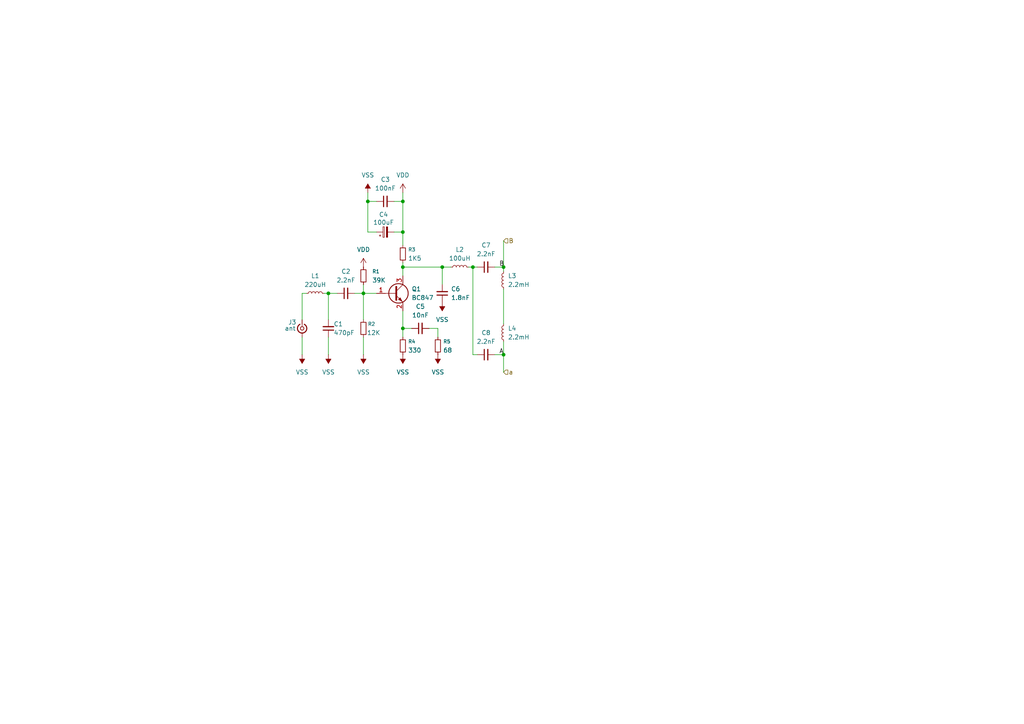
<source format=kicad_sch>
(kicad_sch (version 20250114) (generator "eeschema") (generator_version "9.0")
  (paper "A4")
  (lib_symbols
    (symbol "Connector:Conn_Coaxial_Small" (pin_numbers (hide yes)) (pin_names (offset 1.016) (hide yes))
      (property "Reference" "J" (at 0.254 3.048 0))
      (property "Value" "Conn_Coaxial_Small" (at 0 -3.81 0))
      (symbol "Conn_Coaxial_Small_0_1"
        (polyline (pts (xy -2.54 0) (xy -0.508 0)))
        (circle (center 0 0) (radius 0.508) (stroke (width 0.2032)))
      )
      (symbol "Conn_Coaxial_Small_1_1"
        (arc (start 1.3484 0.0039) (mid 0.327 -1.308) (end -1.1916 -0.6311) (stroke (width 0.3048)))
        (arc (start -1.1916 0.6311) (mid 0.327 1.3081) (end 1.3484 -0.0039) (stroke (width 0.3048)))
        (pin passive line (at -2.54 0 0) (length 1.27) (name "In") (number "1"))
        (pin passive line (at 2.54 0 180) (length 1.27) (name "Ext") (number "2"))
      )
    )
    (symbol "Device:C_Polarized_Small" (pin_numbers (hide yes)) (pin_names (offset 0.254) (hide yes))
      (property "Reference" "C" (at 0.254 1.778 0))
      (property "Value" "C_Polarized_Small" (at 0.254 -2.032 0))
      (symbol "C_Polarized_Small_0_1"
        (rectangle (start -1.524 0.6858) (end 1.524 0.3048))
        (rectangle (start -1.524 -0.3048) (end 1.524 -0.6858) (fill (type outline)))
        (polyline (pts (xy -1.27 1.524) (xy -0.762 1.524)))
        (polyline (pts (xy -1.016 1.27) (xy -1.016 1.778)))
      )
      (symbol "C_Polarized_Small_1_1"
        (pin passive line (at 0 2.54 270) (length 1.8542) (name "~") (number "1"))
        (pin passive line (at 0 -2.54 90) (length 1.8542) (name "~") (number "2"))
      )
    )
    (symbol "Device:C_Small" (pin_numbers (hide yes)) (pin_names (offset 0.254) (hide yes))
      (property "Reference" "C" (at 0.254 1.778 0))
      (property "Value" "C_Small" (at 0.254 -2.032 0))
      (symbol "C_Small_0_1"
        (polyline (pts (xy -1.524 0.508) (xy 1.524 0.508)) (stroke (width 0.3048)))
        (polyline (pts (xy -1.524 -0.508) (xy 1.524 -0.508)) (stroke (width 0.3302)))
      )
      (symbol "C_Small_1_1"
        (pin passive line (at 0 2.54 270) (length 2.032) (name "~") (number "1"))
        (pin passive line (at 0 -2.54 90) (length 2.032) (name "~") (number "2"))
      )
    )
    (symbol "Device:L_Small" (pin_numbers (hide yes)) (pin_names (offset 0.254) (hide yes))
      (property "Reference" "L" (at 0.762 1.016 0))
      (property "Value" "L_Small" (at 0.762 -1.016 0))
      (symbol "L_Small_0_1"
        (arc (start 0 2.032) (mid 0.5058 1.524) (end 0 1.016))
        (arc (start 0 1.016) (mid 0.5058 0.508) (end 0 0))
        (arc (start 0 0) (mid 0.5058 -0.508) (end 0 -1.016))
        (arc (start 0 -1.016) (mid 0.5058 -1.524) (end 0 -2.032))
      )
      (symbol "L_Small_1_1"
        (pin passive line (at 0 2.54 270) (length 0.508) (name "~") (number "1"))
        (pin passive line (at 0 -2.54 90) (length 0.508) (name "~") (number "2"))
      )
    )
    (symbol "Device:R_Small" (pin_numbers (hide yes)) (pin_names (offset 0.254) (hide yes))
      (property "Reference" "R" (at 0 0 90))
      (property "Value" "R_Small" (at 1.778 0 90))
      (symbol "R_Small_0_1"
        (rectangle (start -0.762 1.778) (end 0.762 -1.778) (stroke (width 0.2032)))
      )
      (symbol "R_Small_1_1"
        (pin passive line (at 0 2.54 270) (length 0.762) (name "~") (number "1"))
        (pin passive line (at 0 -2.54 90) (length 0.762) (name "~") (number "2"))
      )
    )
    (symbol "Transistor_BJT:BC847" (pin_names (offset 0) (hide yes))
      (property "Reference" "Q" (at 5.08 1.905 0))
      (property "Value" "BC847" (at 5.08 0 0))
      (symbol "BC847_0_1"
        (polyline (pts (xy -2.54 0) (xy 0.635 0)))
        (polyline (pts (xy 0.635 1.905) (xy 0.635 -1.905)) (stroke (width 0.508)))
        (circle (center 1.27 0) (radius 2.8194) (stroke (width 0.254)))
      )
      (symbol "BC847_1_1"
        (polyline (pts (xy 0.635 0.635) (xy 2.54 2.54)))
        (polyline (pts (xy 0.635 -0.635) (xy 2.54 -2.54)))
        (polyline (pts (xy 1.27 -1.778) (xy 1.778 -1.27) (xy 2.286 -2.286) (xy 1.27 -1.778)) (fill (type outline)))
        (pin input line (at -5.08 0 0) (length 2.54) (name "B") (number "1"))
        (pin passive line (at 2.54 5.08 270) (length 2.54) (name "C") (number "3"))
        (pin passive line (at 2.54 -5.08 90) (length 2.54) (name "E") (number "2"))
      )
    )
    (symbol "power:VDD" (power) (pin_numbers (hide yes)) (pin_names (offset 0) (hide yes))
      (property "Value" "VDD" (at 0 3.556 0))
      (symbol "VDD_0_1"
        (polyline (pts (xy -0.762 1.27) (xy 0 2.54)))
        (polyline (pts (xy 0 2.54) (xy 0.762 1.27)))
        (polyline (pts (xy 0 0) (xy 0 2.54)))
      )
      (symbol "VDD_1_1"
        (pin power_in line (at 0 0 90) (length 0) (name "~") (number "1"))
      )
    )
    (symbol "power:VSS" (power) (pin_numbers (hide yes)) (pin_names (offset 0) (hide yes))
      (property "Value" "VSS" (at 0 3.556 0))
      (symbol "VSS_0_1"
        (polyline (pts (xy 0 0) (xy 0 2.54)))
        (polyline (pts (xy 0.762 1.27) (xy -0.762 1.27) (xy 0 2.54) (xy 0.762 1.27)) (fill (type outline)))
      )
      (symbol "VSS_1_1"
        (pin power_in line (at 0 0 90) (length 0) (name "~") (number "1"))
      )
    )
  )
  (junction (at 146.05 102.87))
  (junction (at 116.84 58.42))
  (junction (at 106.68 58.42))
  (junction (at 128.27 77.47))
  (junction (at 146.05 77.47))
  (junction (at 116.84 67.31))
  (junction (at 116.84 77.47))
  (junction (at 137.16 77.47))
  (junction (at 105.41 85.09))
  (junction (at 95.25 85.09))
  (junction (at 116.84 95.25))
  (wire (pts (xy 135.89 77.47) (xy 137.16 77.47)))
  (wire (pts (xy 95.25 97.79) (xy 95.25 102.87)))
  (wire (pts (xy 114.3 67.31) (xy 116.84 67.31)))
  (wire (pts (xy 109.22 67.31) (xy 106.68 67.31)))
  (wire (pts (xy 146.05 69.85) (xy 146.05 77.47)))
  (wire (pts (xy 116.84 95.25) (xy 119.38 95.25)))
  (wire (pts (xy 127 95.25) (xy 124.46 95.25)))
  (wire (pts (xy 116.84 77.47) (xy 128.27 77.47)))
  (wire (pts (xy 105.41 82.55) (xy 105.41 85.09)))
  (wire (pts (xy 95.25 85.09) (xy 97.79 85.09)))
  (wire (pts (xy 87.63 97.79) (xy 87.63 102.87)))
  (wire (pts (xy 146.05 78.74) (xy 146.05 77.47)))
  (wire (pts (xy 128.27 77.47) (xy 130.81 77.47)))
  (wire (pts (xy 137.16 77.47) (xy 138.43 77.47)))
  (wire (pts (xy 116.84 58.42) (xy 116.84 55.88)))
  (wire (pts (xy 102.87 85.09) (xy 105.41 85.09)))
  (wire (pts (xy 143.51 77.47) (xy 146.05 77.47)))
  (wire (pts (xy 116.84 95.25) (xy 116.84 97.79)))
  (wire (pts (xy 87.63 92.71) (xy 87.63 85.09)))
  (wire (pts (xy 143.51 102.87) (xy 146.05 102.87)))
  (wire (pts (xy 116.84 76.2) (xy 116.84 77.47)))
  (wire (pts (xy 105.41 97.79) (xy 105.41 102.87)))
  (wire (pts (xy 87.63 85.09) (xy 88.9 85.09)))
  (wire (pts (xy 116.84 77.47) (xy 116.84 80.01)))
  (wire (pts (xy 127 97.79) (xy 127 95.25)))
  (wire (pts (xy 146.05 99.06) (xy 146.05 102.87)))
  (wire (pts (xy 93.98 85.09) (xy 95.25 85.09)))
  (wire (pts (xy 114.3 58.42) (xy 116.84 58.42)))
  (wire (pts (xy 146.05 107.95) (xy 146.05 102.87)))
  (wire (pts (xy 105.41 85.09) (xy 105.41 92.71)))
  (wire (pts (xy 116.84 90.17) (xy 116.84 95.25)))
  (wire (pts (xy 106.68 58.42) (xy 109.22 58.42)))
  (wire (pts (xy 106.68 55.88) (xy 106.68 58.42)))
  (wire (pts (xy 106.68 67.31) (xy 106.68 58.42)))
  (wire (pts (xy 116.84 67.31) (xy 116.84 71.12)))
  (wire (pts (xy 137.16 102.87) (xy 137.16 77.47)))
  (wire (pts (xy 146.05 83.82) (xy 146.05 93.98)))
  (wire (pts (xy 95.25 85.09) (xy 95.25 92.71)))
  (wire (pts (xy 138.43 102.87) (xy 137.16 102.87)))
  (wire (pts (xy 105.41 85.09) (xy 109.22 85.09)))
  (wire (pts (xy 116.84 67.31) (xy 116.84 58.42)))
  (wire (pts (xy 128.27 77.47) (xy 128.27 82.55)))
  (label "A" (at 144.78 102.87 0))
  (label "B" (at 144.78 77.47 0))
  (hierarchical_label "B" (shape input) (at 146.05 69.85 0))
  (hierarchical_label "a" (shape input) (at 146.05 107.95 0))
  (symbol (lib_id "power:VSS") (at 116.84 102.87 180) (unit 1)
    (property "Reference" "#PWR010" (effects (hide yes)))
    (property "Value" "VSS" (at 116.84 107.95 0))
    (property "Description" "Power symbol creates a global label with name \"VSS\"" (effects (hide yes)))
  )
  (symbol (lib_id "Device:C_Small") (at 128.27 85.09 180) (unit 1)
    (property "Reference" "C6" (at 130.81 83.8135 0) (effects (justify right)))
    (property "Value" "1.8nF" (at 130.81 86.3535 0) (effects (justify right)))
    (property "Footprint" "Capacitor_SMD:C_0805_2012Metric" (effects (hide yes)))
    (property "Description" "Unpolarized capacitor, small symbol" (effects (hide yes)))
  )
  (symbol (lib_id "Transistor_BJT:BC847") (at 114.3 85.09 0) (unit 1)
    (property "Reference" "Q1" (at 119.38 83.8199 0) (effects (justify left)))
    (property "Value" "BC847" (at 119.38 86.3599 0) (effects (justify left)))
    (property "Footprint" "Package_TO_SOT_SMD:SOT-23" (effects (hide yes)))
    (property "Datasheet" "http://www.infineon.com/dgdl/Infineon-BC847SERIES_BC848SERIES_BC849SERIES_BC850SERIES-DS-v01_01-en.pdf?fileId=db3a304314dca389011541d4630a1657" (effects (hide yes)))
    (property "Description" "0.1A Ic, 45V Vce, NPN Transistor, SOT-23" (effects (hide yes)))
  )
  (symbol (lib_id "Device:C_Small") (at 100.33 85.09 90) (unit 1)
    (property "Reference" "C2" (at 100.3363 78.74 90))
    (property "Value" "2.2nF" (at 100.3363 81.28 90))
    (property "Footprint" "Capacitor_SMD:C_0805_2012Metric" (effects (hide yes)))
    (property "Description" "Unpolarized capacitor, small symbol" (effects (hide yes)))
  )
  (symbol (lib_id "power:VSS") (at 87.63 102.87 180) (unit 1)
    (property "Reference" "#PWR05" (effects (hide yes)))
    (property "Value" "VSS" (at 87.63 107.95 0))
    (property "Description" "Power symbol creates a global label with name \"VSS\"" (effects (hide yes)))
  )
  (symbol (lib_id "Device:L_Small") (at 146.05 96.52 180) (unit 1)
    (property "Reference" "L4" (at 147.32 95.2499 0) (effects (justify right)))
    (property "Value" "2.2mH" (at 147.32 97.7899 0) (effects (justify right)))
    (property "Footprint" "Inductor_THT:L_Axial_L14.5mm_D5.8mm_P20.32mm_Horizontal_Fastron_HBCC" (effects (hide yes)))
    (property "Description" "Inductor, small symbol" (effects (hide yes)))
  )
  (symbol (lib_id "Device:C_Small") (at 140.97 77.47 90) (unit 1)
    (property "Reference" "C7" (at 140.9763 71.12 90))
    (property "Value" "2.2nF" (at 140.9763 73.66 90))
    (property "Footprint" "Capacitor_SMD:C_0805_2012Metric" (effects (hide yes)))
    (property "Description" "Unpolarized capacitor, small symbol" (effects (hide yes)))
  )
  (symbol (lib_id "Device:R_Small") (at 105.41 80.01 0) (unit 1)
    (property "Reference" "R1" (at 107.95 78.7399 0) (effects (font (size 1.016 1.016)) (justify left)))
    (property "Value" "39K" (at 107.95 81.2799 0) (effects (justify left)))
    (property "Footprint" "Resistor_SMD:R_0805_2012Metric" (effects (hide yes)))
    (property "Description" "Resistor, small symbol" (effects (hide yes)))
  )
  (symbol (lib_id "Device:R_Small") (at 127 100.33 0) (unit 1)
    (property "Reference" "R5" (at 128.524 99.06 0) (effects (font (size 1.016 1.016)) (justify left)))
    (property "Value" "68" (at 128.524 101.6 0) (effects (justify left)))
    (property "Footprint" "Resistor_SMD:R_0805_2012Metric" (effects (hide yes)))
    (property "Description" "Resistor, small symbol" (effects (hide yes)))
  )
  (symbol (lib_id "Device:L_Small") (at 133.35 77.47 90) (unit 1)
    (property "Reference" "L2" (at 133.35 72.39 90))
    (property "Value" "100uH" (at 133.35 74.93 90))
    (property "Footprint" "Inductor_THT:L_Axial_L14.5mm_D5.8mm_P20.32mm_Horizontal_Fastron_HBCC" (effects (hide yes)))
    (property "Description" "Inductor, small symbol" (effects (hide yes)))
  )
  (symbol (lib_id "Device:C_Small") (at 111.76 58.42 90) (unit 1)
    (property "Reference" "C3" (at 111.7663 52.07 90))
    (property "Value" "100nF" (at 111.7663 54.61 90))
    (property "Footprint" "Capacitor_SMD:C_0805_2012Metric" (effects (hide yes)))
    (property "Description" "Unpolarized capacitor, small symbol" (effects (hide yes)))
  )
  (symbol (lib_id "Device:C_Small") (at 95.25 95.25 180) (unit 1)
    (property "Reference" "C1" (at 96.774 93.98 0) (effects (justify right)))
    (property "Value" "470pF" (at 96.774 96.52 0) (effects (justify right)))
    (property "Footprint" "Capacitor_SMD:C_0805_2012Metric" (effects (hide yes)))
    (property "Description" "Unpolarized capacitor, small symbol" (effects (hide yes)))
  )
  (symbol (lib_id "power:VSS") (at 106.68 55.88 0) (unit 1)
    (property "Reference" "#PWR08" (effects (hide yes)))
    (property "Value" "VSS" (at 106.68 50.8 0))
    (property "Description" "Power symbol creates a global label with name \"VSS\"" (effects (hide yes)))
  )
  (symbol (lib_id "power:VSS") (at 127 102.87 180) (unit 1)
    (property "Reference" "#PWR011" (effects (hide yes)))
    (property "Value" "VSS" (at 127 107.95 0))
    (property "Description" "Power symbol creates a global label with name \"VSS\"" (effects (hide yes)))
  )
  (symbol (lib_id "Device:R_Small") (at 116.84 100.33 0) (unit 1)
    (property "Reference" "R4" (at 118.364 99.06 0) (effects (font (size 1.016 1.016)) (justify left)))
    (property "Value" "330" (at 118.364 101.6 0) (effects (justify left)))
    (property "Footprint" "Resistor_SMD:R_0805_2012Metric" (effects (hide yes)))
    (property "Description" "Resistor, small symbol" (effects (hide yes)))
  )
  (symbol (lib_id "power:VDD") (at 116.84 55.88 0) (unit 1)
    (property "Reference" "#PWR09" (effects (hide yes)))
    (property "Value" "VDD" (at 116.84 50.8 0))
    (property "Description" "Power symbol creates a global label with name \"VDD\"" (effects (hide yes)))
  )
  (symbol (lib_id "power:VSS") (at 105.41 102.87 180) (unit 1)
    (property "Reference" "#PWR07" (effects (hide yes)))
    (property "Value" "VSS" (at 105.41 107.95 0))
    (property "Description" "Power symbol creates a global label with name \"VSS\"" (effects (hide yes)))
  )
  (symbol (lib_id "Device:R_Small") (at 116.84 73.66 0) (unit 1)
    (property "Reference" "R3" (at 118.364 72.39 0) (effects (font (size 1.016 1.016)) (justify left)))
    (property "Value" "1K5" (at 118.364 74.93 0) (effects (justify left)))
    (property "Footprint" "Resistor_SMD:R_0805_2012Metric" (effects (hide yes)))
    (property "Description" "Resistor, small symbol" (effects (hide yes)))
  )
  (symbol (lib_id "Connector:Conn_Coaxial_Small") (at 87.63 95.25 270) (unit 1)
    (property "Reference" "J3" (at 83.566 93.472 90) (effects (justify left)))
    (property "Value" "ant" (at 82.55 95.25 90) (effects (justify left)))
    (property "Footprint" "Connector_Coaxial:SMA_Amphenol_132289_EdgeMount" (effects (hide yes)))
  )
  (symbol (lib_id "Device:L_Small") (at 91.44 85.09 90) (unit 1)
    (property "Reference" "L1" (at 91.44 80.01 90))
    (property "Value" "220uH" (at 91.44 82.55 90))
    (property "Footprint" "Inductor_THT:L_Axial_L14.5mm_D5.8mm_P20.32mm_Horizontal_Fastron_HBCC" (effects (hide yes)))
    (property "Description" "Inductor, small symbol" (effects (hide yes)))
  )
  (symbol (lib_id "power:VSS") (at 128.27 87.63 180) (unit 1)
    (property "Reference" "#PWR012" (effects (hide yes)))
    (property "Value" "VSS" (at 128.27 92.71 0))
    (property "Description" "Power symbol creates a global label with name \"VSS\"" (effects (hide yes)))
  )
  (symbol (lib_id "Device:L_Small") (at 146.05 81.28 180) (unit 1)
    (property "Reference" "L3" (at 147.32 80.0099 0) (effects (justify right)))
    (property "Value" "2.2mH" (at 147.32 82.5499 0) (effects (justify right)))
    (property "Footprint" "Inductor_THT:L_Axial_L14.5mm_D5.8mm_P20.32mm_Horizontal_Fastron_HBCC" (effects (hide yes)))
    (property "Description" "Inductor, small symbol" (effects (hide yes)))
  )
  (symbol (lib_id "power:VDD") (at 105.41 77.47 0) (unit 1)
    (property "Reference" "#PWR013" (effects (hide yes)))
    (property "Value" "VDD" (at 105.41 72.39 0))
    (property "Description" "Power symbol creates a global label with name \"VDD\"" (effects (hide yes)))
  )
  (symbol (lib_id "Device:C_Polarized_Small") (at 111.76 67.31 90) (unit 1)
    (property "Reference" "C4" (at 111.252 62.23 90))
    (property "Value" "100uF" (at 111.252 64.516 90))
    (property "Footprint" "Capacitor_SMD:CP_Elec_8x10.5" (effects (hide yes)))
    (property "Description" "Polarized capacitor, small symbol" (effects (hide yes)))
  )
  (symbol (lib_id "power:VSS") (at 95.25 102.87 180) (unit 1)
    (property "Reference" "#PWR06" (effects (hide yes)))
    (property "Value" "VSS" (at 95.25 107.95 0))
    (property "Description" "Power symbol creates a global label with name \"VSS\"" (effects (hide yes)))
  )
  (symbol (lib_id "Device:R_Small") (at 105.41 95.25 0) (unit 1)
    (property "Reference" "R2" (at 106.68 93.98 0) (effects (font (size 1.016 1.016)) (justify left)))
    (property "Value" "12K" (at 106.426 96.52 0) (effects (justify left)))
    (property "Footprint" "Resistor_SMD:R_0805_2012Metric" (effects (hide yes)))
    (property "Description" "Resistor, small symbol" (effects (hide yes)))
  )
  (symbol (lib_id "Device:C_Small") (at 121.92 95.25 90) (unit 1)
    (property "Reference" "C5" (at 121.9263 88.9 90))
    (property "Value" "10nF" (at 121.9263 91.44 90))
    (property "Footprint" "Capacitor_SMD:C_0805_2012Metric" (effects (hide yes)))
    (property "Description" "Unpolarized capacitor, small symbol" (effects (hide yes)))
  )
  (symbol (lib_id "Device:C_Small") (at 140.97 102.87 90) (unit 1)
    (property "Reference" "C8" (at 140.9763 96.52 90))
    (property "Value" "2.2nF" (at 140.9763 99.06 90))
    (property "Footprint" "Capacitor_SMD:C_0805_2012Metric" (effects (hide yes)))
    (property "Description" "Unpolarized capacitor, small symbol" (effects (hide yes)))
  )
)
</source>
